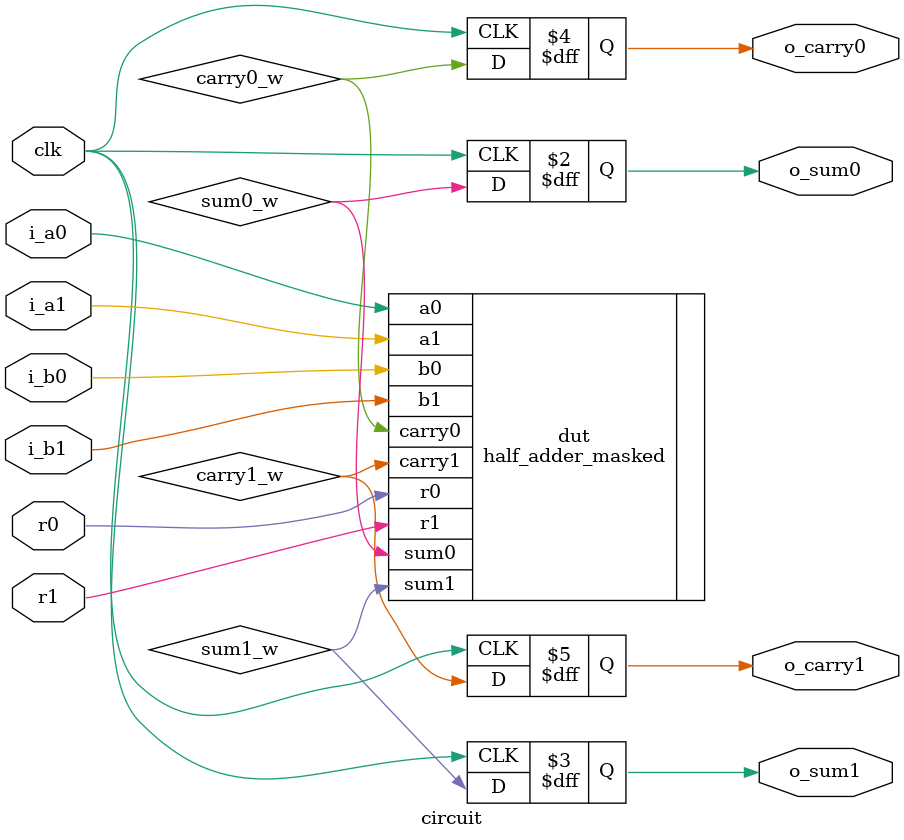
<source format=v>
module circuit (
    input  wire clk,

    input  wire i_a0,
    input  wire i_a1,
    input  wire i_b0,
    input  wire i_b1,
    input  wire r0,
    input  wire r1,

    output reg  o_sum0,
    output reg  o_sum1,
    output reg  o_carry0,
    output reg  o_carry1
);

    wire sum0_w, sum1_w;
    wire carry0_w, carry1_w;

    half_adder_masked dut (
        .a0(i_a0),
        .a1(i_a1),
        .b0(i_b0),
        .b1(i_b1),
        .r0(r0),
        .r1(r1),
        .sum0(sum0_w),
        .sum1(sum1_w),
        .carry0(carry0_w),
        .carry1(carry1_w)
    );

    // Register outputs (required for PROLEAD)
    always @(posedge clk) begin
        o_sum0   <= sum0_w;
        o_sum1   <= sum1_w;
        o_carry0 <= carry0_w;
        o_carry1 <= carry1_w;
    end

endmodule

</source>
